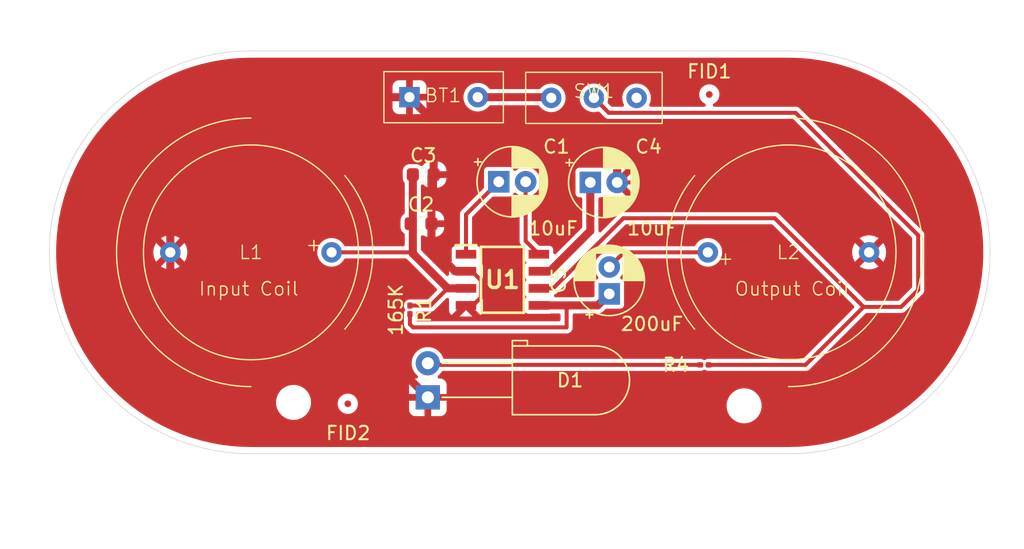
<source format=kicad_pcb>
(kicad_pcb (version 20240108) (generator "pcbnew") (generator_version "8.0")
  (layers (0 "F.Cu" signal) (31 "B.Cu" signal) (34 "B.Paste" user) (35 "F.Paste" user) (36 "B.SilkS" user "B.Silkscreen") (37 "F.SilkS" user "F.Silkscreen") (38 "B.Mask" user) (39 "F.Mask" user) (44 "Edge.Cuts" user))
  (net 0 "")
  (net 1 "Net-(C1-Pad1)")
  (net 2 "Net-(C1-Pad2)")
  (net 3 "Net-(U1-+)")
  (net 4 "GND")
  (net 5 "Net-(U1-BYPASS)")
  (net 6 "Net-(C5-Pad2)")
  (net 7 "Net-(C5-Pad1)")
  (net 8 "Net-(D1-A)")
  (net 9 "+9V")
  (net 10 "Net-(SW1-B)")
  (footprint "audiostuff:lm386-smd" (layer "F.Cu") (at 179.628 106.9472)
    (property "Reference" "U1" (at 0 0 0) (layer "F.SilkS") (effects (font (size 1.27 1.27) (thickness 0.254))))
    (property "Value" "LM386" (hide yes))
    (fp_line (start -3.475 -2.58) (end -1.948 -2.58) (stroke (width 0.2)) (layer "F.SilkS"))
    (fp_line (start -1.598 -2.452) (end 1.598 -2.452) (stroke (width 0.2)) (layer "F.SilkS"))
    (fp_line (start -1.598 2.452) (end -1.598 -2.452) (stroke (width 0.2)) (layer "F.SilkS"))
    (fp_line (start 1.598 -2.452) (end 1.598 2.452) (stroke (width 0.2)) (layer "F.SilkS"))
    (fp_line (start 1.598 2.452) (end -1.598 2.452) (stroke (width 0.2)) (layer "F.SilkS"))
    (pad "1" smd rect (at -2.711 -1.905 90) (size 0.65 1.528) (layers "F.Cu" "F.Paste" "F.Mask") (net 1 "Net-(C1-Pad1)"))
    (pad "2" smd rect (at -2.711 -0.635 90) (size 0.65 1.528) (layers "F.Cu" "F.Paste" "F.Mask") (net 4 "GND"))
    (pad "3" smd rect (at -2.711 0.635 90) (size 0.65 1.528) (layers "F.Cu" "F.Paste" "F.Mask") (net 3 "Net-(U1-+)"))
    (pad "4" smd rect (at -2.711 1.905 90) (size 0.65 1.528) (layers "F.Cu" "F.Paste" "F.Mask") (net 4 "GND"))
    (pad "5" smd rect (at 2.711 1.905 90) (size 0.65 1.528) (layers "F.Cu" "F.Paste" "F.Mask") (net 7 "Net-(C5-Pad1)"))
    (pad "6" smd rect (at 2.711 0.635 90) (size 0.65 1.528) (layers "F.Cu" "F.Paste" "F.Mask") (net 10 "Net-(SW1-B)"))
    (pad "7" smd rect (at 2.711 -0.635 90) (size 0.65 1.528) (layers "F.Cu" "F.Paste" "F.Mask") (net 5 "Net-(U1-BYPASS)"))
    (pad "8" smd rect (at 2.711 -1.905 90) (size 0.65 1.528) (layers "F.Cu" "F.Paste" "F.Mask") (net 2 "Net-(C1-Pad2)"))
  )
  (footprint "Fiducial:Fiducial_0.5mm_Mask1.5mm" (layer "F.Cu") (at 168.1226 116.1796)
    (property "Reference" "FID2" (at 0.0254 2.1844 0) (layer "F.SilkS"))
    (property "Value" "Fiducial" (hide yes))
    (pad "" smd circle (at 0 0) (size 0.5 0.5) (layers "F.Cu" "F.Mask") (clearance 0.5))
  )
  (footprint "Resistor_SMD:R_0201_0603Metric" (layer "F.Cu") (at 194.655 113.284)
    (property "Reference" "R4" (at -2.123 0 0) (layer "F.SilkS"))
    (property "Value" "1K" (hide yes))
    (pad "1" smd roundrect (at -0.32 0) (size 0.46 0.4) (layers "F.Cu" "F.Mask") (net 8 "Net-(D1-A)"))
    (pad "2" smd roundrect (at 0.32 0) (size 0.46 0.4) (layers "F.Cu" "F.Mask") (net 10 "Net-(SW1-B)"))
  )
  (footprint "MountingHole:MountingHole_2.1mm" (layer "F.Cu") (at 164.084 116.078)
    (property "Reference" "H2" (hide yes))
    (property "Value" "MountingHole" (hide yes))
    (pad "" np_thru_hole circle (at 0 0) (size 2.1 2.1) (drill 2.1) (layers "*.Cu" "*.Mask"))
  )
  (footprint "Fiducial:Fiducial_0.5mm_Mask1.5mm" (layer "F.Cu") (at 195.0212 93.1418)
    (property "Reference" "FID1" (at 0 -1.7145 0) (layer "F.SilkS"))
    (property "Value" "Fiducial" (hide yes))
    (pad "" smd circle (at 0 0) (size 0.5 0.5) (layers "F.Cu" "F.Mask") (clearance 0.5))
  )
  (footprint "LED_THT:LED_D5.0mm_Horizontal_O6.35mm_Z15.0mm" (layer "F.Cu") (at 174.077 115.702 90)
    (property "Reference" "D1" (at 1.27 10.581 180) (layer "F.SilkS"))
    (property "Value" "LED" (hide yes))
    (fp_line (start 2.54 1.08) (end 2.54 1.08) (stroke (width 0.12)) (layer "F.SilkS"))
    (fp_line (start 2.54 1.08) (end 2.54 6.29) (stroke (width 0.12)) (layer "F.SilkS"))
    (fp_line (start 0 1.08) (end 0 1.08) (stroke (width 0.12)) (layer "F.SilkS"))
    (fp_line (start 0 1.08) (end 0 6.29) (stroke (width 0.12)) (layer "F.SilkS"))
    (fp_line (start 4.23 6.29) (end 4.23 7.41) (stroke (width 0.12)) (layer "F.SilkS"))
    (fp_line (start 3.83 6.29) (end 4.23 6.29) (stroke (width 0.12)) (layer "F.SilkS"))
    (fp_line (start 3.83 6.29) (end 3.83 12.45) (stroke (width 0.12)) (layer "F.SilkS"))
    (fp_line (start 2.54 6.29) (end 2.54 1.08) (stroke (width 0.12)) (layer "F.SilkS"))
    (fp_line (start 2.54 6.29) (end 2.54 6.29) (stroke (width 0.12)) (layer "F.SilkS"))
    (fp_line (start 0 6.29) (end 0 1.08) (stroke (width 0.12)) (layer "F.SilkS"))
    (fp_line (start 0 6.29) (end 0 6.29) (stroke (width 0.12)) (layer "F.SilkS"))
    (fp_line (start -1.29 6.29) (end 3.83 6.29) (stroke (width 0.12)) (layer "F.SilkS"))
    (fp_line (start -1.29 6.29) (end -1.29 12.45) (stroke (width 0.12)) (layer "F.SilkS"))
    (fp_line (start 4.23 7.41) (end 3.83 7.41) (stroke (width 0.12)) (layer "F.SilkS"))
    (fp_line (start 3.83 7.41) (end 3.83 6.29) (stroke (width 0.12)) (layer "F.SilkS"))
    (fp_arc (start 3.83 12.45) (mid 1.27 15.01) (end -1.29 12.45) (stroke (width 0.12)) (layer "F.SilkS"))
    (pad "1" thru_hole rect (at 0 0 90) (size 1.8 1.8) (drill 0.9) (layers "*.Cu" "*.Mask") (net 4 "GND"))
    (pad "2" thru_hole circle (at 2.54 0 90) (size 1.8 1.8) (drill 0.9) (layers "*.Cu" "*.Mask") (net 8 "Net-(D1-A)"))
  )
  (footprint "MountingHole:MountingHole_2.1mm" (layer "F.Cu") (at 197.612 116.332)
    (property "Reference" "H1" (hide yes))
    (property "Value" "MountingHole" (hide yes))
    (pad "" np_thru_hole circle (at 0 0) (size 2.1 2.1) (drill 2.1) (layers "*.Cu" "*.Mask"))
  )
  (footprint "audiostuff:switch-2-mode" (layer "F.Cu") (at 186.436 93.3958)
    (property "Reference" "SW1" (at 0 -0.5 0) (layer "F.SilkS") (effects (font (thickness 0.1))))
    (property "Value" "SW_SPDT" (hide yes))
    (fp_rect (start -5.08 -1.905) (end 5.08 1.905) (stroke (width 0.1)) (fill none) (layer "F.SilkS"))
    (pad "1" thru_hole circle (at -3.175 0) (size 1.524 1.524) (drill 0.762) (layers "*.Cu" "*.Mask") (net 9 "+9V"))
    (pad "2" thru_hole circle (at 0 0) (size 1.524 1.524) (drill 0.762) (layers "*.Cu" "*.Mask") (net 10 "Net-(SW1-B)"))
    (pad "3" thru_hole circle (at 3.175 0) (size 1.524 1.524) (drill 0.762) (layers "*.Cu" "*.Mask"))
  )
  (footprint "audiostuff:Inductor" (layer "F.Cu") (at 200.914 104.902 180)
    (property "Reference" "L2" (at 0 0 0) (layer "F.SilkS") (effects (font (thickness 0.1))))
    (property "Value" "12.1mH" (hide yes))
    (fp_arc (start 6.984999 -5.715) (mid 9.06509 0) (end 6.984999 5.715) (stroke (width 0.1)) (layer "F.SilkS"))
    (fp_circle (center 0 0) (end 8 0) (stroke (width 0.1)) (fill none) (layer "F.SilkS"))
    (fp_text user "+" (at 4 0 180) (layer "F.SilkS") (effects (font (thickness 0.1)) (justify left bottom)))
    (pad "1" thru_hole circle (at 6 0 180) (size 1.524 1.524) (drill 0.762) (layers "*.Cu" "*.Mask") (net 6 "Net-(C5-Pad2)"))
    (pad "2" thru_hole circle (at -6 0 180) (size 1.524 1.524) (drill 0.762) (layers "*.Cu" "*.Mask") (net 4 "GND"))
  )
  (footprint "Capacitor_SMD:C_0603_1608Metric" (layer "F.Cu") (at 173.5706 102.7684)
    (property "Reference" "C2" (at 0 -1.43 0) (layer "F.SilkS"))
    (property "Value" "1uF" (hide yes))
    (fp_line (start -0.14058 -0.51) (end 0.14058 -0.51) (stroke (width 0.12)) (layer "F.SilkS"))
    (fp_line (start -0.14058 0.51) (end 0.14058 0.51) (stroke (width 0.12)) (layer "F.SilkS"))
    (pad "1" smd roundrect (at -0.775 0) (size 0.9 0.95) (layers "F.Cu" "F.Paste" "F.Mask") (net 3 "Net-(U1-+)"))
    (pad "2" smd roundrect (at 0.775 0) (size 0.9 0.95) (layers "F.Cu" "F.Paste" "F.Mask") (net 4 "GND"))
  )
  (footprint "Capacitor_THT:CP_Radial_D5.0mm_P2.00mm" (layer "F.Cu") (at 186.166688 99.695)
    (property "Reference" "C4" (at 4.333312 -2.667 0) (layer "F.SilkS"))
    (property "Value" "10uF" (at 4.587312 3.429 0) (layer "F.SilkS"))
    (fp_line (start -1.804775 -1.475) (end -1.304775 -1.475) (stroke (width 0.12)) (layer "F.SilkS"))
    (fp_line (start -1.554775 -1.725) (end -1.554775 -1.225) (stroke (width 0.12)) (layer "F.SilkS"))
    (fp_line (start 1 -2.58) (end 1 -1.04) (stroke (width 0.12)) (layer "F.SilkS"))
    (fp_line (start 1 1.04) (end 1 2.58) (stroke (width 0.12)) (layer "F.SilkS"))
    (fp_line (start 1.04 -2.58) (end 1.04 -1.04) (stroke (width 0.12)) (layer "F.SilkS"))
    (fp_line (start 1.04 1.04) (end 1.04 2.58) (stroke (width 0.12)) (layer "F.SilkS"))
    (fp_line (start 1.08 -2.579) (end 1.08 -1.04) (stroke (width 0.12)) (layer "F.SilkS"))
    (fp_line (start 1.08 1.04) (end 1.08 2.579) (stroke (width 0.12)) (layer "F.SilkS"))
    (fp_line (start 1.12 -2.578) (end 1.12 -1.04) (stroke (width 0.12)) (layer "F.SilkS"))
    (fp_line (start 1.12 1.04) (end 1.12 2.578) (stroke (width 0.12)) (layer "F.SilkS"))
    (fp_line (start 1.16 -2.576) (end 1.16 -1.04) (stroke (width 0.12)) (layer "F.SilkS"))
    (fp_line (start 1.16 1.04) (end 1.16 2.576) (stroke (width 0.12)) (layer "F.SilkS"))
    (fp_line (start 1.2 -2.573) (end 1.2 -1.04) (stroke (width 0.12)) (layer "F.SilkS"))
    (fp_line (start 1.2 1.04) (end 1.2 2.573) (stroke (width 0.12)) (layer "F.SilkS"))
    (fp_line (start 1.24 -2.569) (end 1.24 -1.04) (stroke (width 0.12)) (layer "F.SilkS"))
    (fp_line (start 1.24 1.04) (end 1.24 2.569) (stroke (width 0.12)) (layer "F.SilkS"))
    (fp_line (start 1.28 -2.565) (end 1.28 -1.04) (stroke (width 0.12)) (layer "F.SilkS"))
    (fp_line (start 1.28 1.04) (end 1.28 2.565) (stroke (width 0.12)) (layer "F.SilkS"))
    (fp_line (start 1.32 -2.561) (end 1.32 -1.04) (stroke (width 0.12)) (layer "F.SilkS"))
    (fp_line (start 1.32 1.04) (end 1.32 2.561) (stroke (width 0.12)) (layer "F.SilkS"))
    (fp_line (start 1.36 -2.556) (end 1.36 -1.04) (stroke (width 0.12)) (layer "F.SilkS"))
    (fp_line (start 1.36 1.04) (end 1.36 2.556) (stroke (width 0.12)) (layer "F.SilkS"))
    (fp_line (start 1.4 -2.55) (end 1.4 -1.04) (stroke (width 0.12)) (layer "F.SilkS"))
    (fp_line (start 1.4 1.04) (end 1.4 2.55) (stroke (width 0.12)) (layer "F.SilkS"))
    (fp_line (start 1.44 -2.543) (end 1.44 -1.04) (stroke (width 0.12)) (layer "F.SilkS"))
    (fp_line (start 1.44 1.04) (end 1.44 2.543) (stroke (width 0.12)) (layer "F.SilkS"))
    (fp_line (start 1.48 -2.536) (end 1.48 -1.04) (stroke (width 0.12)) (layer "F.SilkS"))
    (fp_line (start 1.48 1.04) (end 1.48 2.536) (stroke (width 0.12)) (layer "F.SilkS"))
    (fp_line (start 1.52 -2.528) (end 1.52 -1.04) (stroke (width 0.12)) (layer "F.SilkS"))
    (fp_line (start 1.52 1.04) (end 1.52 2.528) (stroke (width 0.12)) (layer "F.SilkS"))
    (fp_line (start 1.56 -2.52) (end 1.56 -1.04) (stroke (width 0.12)) (layer "F.SilkS"))
    (fp_line (start 1.56 1.04) (end 1.56 2.52) (stroke (width 0.12)) (layer "F.SilkS"))
    (fp_line (start 1.6 -2.511) (end 1.6 -1.04) (stroke (width 0.12)) (layer "F.SilkS"))
    (fp_line (start 1.6 1.04) (end 1.6 2.511) (stroke (width 0.12)) (layer "F.SilkS"))
    (fp_line (start 1.64 -2.501) (end 1.64 -1.04) (stroke (width 0.12)) (layer "F.SilkS"))
    (fp_line (start 1.64 1.04) (end 1.64 2.501) (stroke (width 0.12)) (layer "F.SilkS"))
    (fp_line (start 1.68 -2.491) (end 1.68 -1.04) (stroke (width 0.12)) (layer "F.SilkS"))
    (fp_line (start 1.68 1.04) (end 1.68 2.491) (stroke (width 0.12)) (layer "F.SilkS"))
    (fp_line (start 1.721 -2.48) (end 1.721 -1.04) (stroke (width 0.12)) (layer "F.SilkS"))
    (fp_line (start 1.721 1.04) (end 1.721 2.48) (stroke (width 0.12)) (layer "F.SilkS"))
    (fp_line (start 1.761 -2.468) (end 1.761 -1.04) (stroke (width 0.12)) (layer "F.SilkS"))
    (fp_line (start 1.761 1.04) (end 1.761 2.468) (stroke (width 0.12)) (layer "F.SilkS"))
    (fp_line (start 1.801 -2.455) (end 1.801 -1.04) (stroke (width 0.12)) (layer "F.SilkS"))
    (fp_line (start 1.801 1.04) (end 1.801 2.455) (stroke (width 0.12)) (layer "F.SilkS"))
    (fp_line (start 1.841 -2.442) (end 1.841 -1.04) (stroke (width 0.12)) (layer "F.SilkS"))
    (fp_line (start 1.841 1.04) (end 1.841 2.442) (stroke (width 0.12)) (layer "F.SilkS"))
    (fp_line (start 1.881 -2.428) (end 1.881 -1.04) (stroke (width 0.12)) (layer "F.SilkS"))
    (fp_line (start 1.881 1.04) (end 1.881 2.428) (stroke (width 0.12)) (layer "F.SilkS"))
    (fp_line (start 1.921 -2.414) (end 1.921 -1.04) (stroke (width 0.12)) (layer "F.SilkS"))
    (fp_line (start 1.921 1.04) (end 1.921 2.414) (stroke (width 0.12)) (layer "F.SilkS"))
    (fp_line (start 1.961 -2.398) (end 1.961 -1.04) (stroke (width 0.12)) (layer "F.SilkS"))
    (fp_line (start 1.961 1.04) (end 1.961 2.398) (stroke (width 0.12)) (layer "F.SilkS"))
    (fp_line (start 2.001 -2.382) (end 2.001 -1.04) (stroke (width 0.12)) (layer "F.SilkS"))
    (fp_line (start 2.001 1.04) (end 2.001 2.382) (stroke (width 0.12)) (layer "F.SilkS"))
    (fp_line (start 2.041 -2.365) (end 2.041 -1.04) (stroke (width 0.12)) (layer "F.SilkS"))
    (fp_line (start 2.041 1.04) (end 2.041 2.365) (stroke (width 0.12)) (layer "F.SilkS"))
    (fp_line (start 2.081 -2.348) (end 2.081 -1.04) (stroke (width 0.12)) (layer "F.SilkS"))
    (fp_line (start 2.081 1.04) (end 2.081 2.348) (stroke (width 0.12)) (layer "F.SilkS"))
    (fp_line (start 2.121 -2.329) (end 2.121 -1.04) (stroke (width 0.12)) (layer "F.SilkS"))
    (fp_line (start 2.121 1.04) (end 2.121 2.329) (stroke (width 0.12)) (layer "F.SilkS"))
    (fp_line (start 2.161 -2.31) (end 2.161 -1.04) (stroke (width 0.12)) (layer "F.SilkS"))
    (fp_line (start 2.161 1.04) (end 2.161 2.31) (stroke (width 0.12)) (layer "F.SilkS"))
    (fp_line (start 2.201 -2.29) (end 2.201 -1.04) (stroke (width 0.12)) (layer "F.SilkS"))
    (fp_line (start 2.201 1.04) (end 2.201 2.29) (stroke (width 0.12)) (layer "F.SilkS"))
    (fp_line (start 2.241 -2.268) (end 2.241 -1.04) (stroke (width 0.12)) (layer "F.SilkS"))
    (fp_line (start 2.241 1.04) (end 2.241 2.268) (stroke (width 0.12)) (layer "F.SilkS"))
    (fp_line (start 2.281 -2.247) (end 2.281 -1.04) (stroke (width 0.12)) (layer "F.SilkS"))
    (fp_line (start 2.281 1.04) (end 2.281 2.247) (stroke (width 0.12)) (layer "F.SilkS"))
    (fp_line (start 2.321 -2.224) (end 2.321 -1.04) (stroke (width 0.12)) (layer "F.SilkS"))
    (fp_line (start 2.321 1.04) (end 2.321 2.224) (stroke (width 0.12)) (layer "F.SilkS"))
    (fp_line (start 2.361 -2.2) (end 2.361 -1.04) (stroke (width 0.12)) (layer "F.SilkS"))
    (fp_line (start 2.361 1.04) (end 2.361 2.2) (stroke (width 0.12)) (layer "F.SilkS"))
    (fp_line (start 2.401 -2.175) (end 2.401 -1.04) (stroke (width 0.12)) (layer "F.SilkS"))
    (fp_line (start 2.401 1.04) (end 2.401 2.175) (stroke (width 0.12)) (layer "F.SilkS"))
    (fp_line (start 2.441 -2.149) (end 2.441 -1.04) (stroke (width 0.12)) (layer "F.SilkS"))
    (fp_line (start 2.441 1.04) (end 2.441 2.149) (stroke (width 0.12)) (layer "F.SilkS"))
    (fp_line (start 2.481 -2.122) (end 2.481 -1.04) (stroke (width 0.12)) (layer "F.SilkS"))
    (fp_line (start 2.481 1.04) (end 2.481 2.122) (stroke (width 0.12)) (layer "F.SilkS"))
    (fp_line (start 2.521 -2.095) (end 2.521 -1.04) (stroke (width 0.12)) (layer "F.SilkS"))
    (fp_line (start 2.521 1.04) (end 2.521 2.095) (stroke (width 0.12)) (layer "F.SilkS"))
    (fp_line (start 2.561 -2.065) (end 2.561 -1.04) (stroke (width 0.12)) (layer "F.SilkS"))
    (fp_line (start 2.561 1.04) (end 2.561 2.065) (stroke (width 0.12)) (layer "F.SilkS"))
    (fp_line (start 2.601 -2.035) (end 2.601 -1.04) (stroke (width 0.12)) (layer "F.SilkS"))
    (fp_line (start 2.601 1.04) (end 2.601 2.035) (stroke (width 0.12)) (layer "F.SilkS"))
    (fp_line (start 2.641 -2.004) (end 2.641 -1.04) (stroke (width 0.12)) (layer "F.SilkS"))
    (fp_line (start 2.641 1.04) (end 2.641 2.004) (stroke (width 0.12)) (layer "F.SilkS"))
    (fp_line (start 2.681 -1.971) (end 2.681 -1.04) (stroke (width 0.12)) (layer "F.SilkS"))
    (fp_line (start 2.681 1.04) (end 2.681 1.971) (stroke (width 0.12)) (layer "F.SilkS"))
    (fp_line (start 2.721 -1.937) (end 2.721 -1.04) (stroke (width 0.12)) (layer "F.SilkS"))
    (fp_line (start 2.721 1.04) (end 2.721 1.937) (stroke (width 0.12)) (layer "F.SilkS"))
    (fp_line (start 2.761 -1.901) (end 2.761 -1.04) (stroke (width 0.12)) (layer "F.SilkS"))
    (fp_line (start 2.761 1.04) (end 2.761 1.901) (stroke (width 0.12)) (layer "F.SilkS"))
    (fp_line (start 2.801 -1.864) (end 2.801 -1.04) (stroke (width 0.12)) (layer "F.SilkS"))
    (fp_line (start 2.801 1.04) (end 2.801 1.864) (stroke (width 0.12)) (layer "F.SilkS"))
    (fp_line (start 2.841 -1.826) (end 2.841 -1.04) (stroke (width 0.12)) (layer "F.SilkS"))
    (fp_line (start 2.841 1.04) (end 2.841 1.826) (stroke (width 0.12)) (layer "F.SilkS"))
    (fp_line (start 2.881 -1.785) (end 2.881 -1.04) (stroke (width 0.12)) (layer "F.SilkS"))
    (fp_line (start 2.881 1.04) (end 2.881 1.785) (stroke (width 0.12)) (layer "F.SilkS"))
    (fp_line (start 2.921 -1.743) (end 2.921 -1.04) (stroke (width 0.12)) (layer "F.SilkS"))
    (fp_line (start 2.921 1.04) (end 2.921 1.743) (stroke (width 0.12)) (layer "F.SilkS"))
    (fp_line (start 2.961 -1.699) (end 2.961 -1.04) (stroke (width 0.12)) (layer "F.SilkS"))
    (fp_line (start 2.961 1.04) (end 2.961 1.699) (stroke (width 0.12)) (layer "F.SilkS"))
    (fp_line (start 3.001 -1.653) (end 3.001 -1.04) (stroke (width 0.12)) (layer "F.SilkS"))
    (fp_line (start 3.001 1.04) (end 3.001 1.653) (stroke (width 0.12)) (layer "F.SilkS"))
    (fp_line (start 3.041 -1.605) (end 3.041 1.605) (stroke (width 0.12)) (layer "F.SilkS"))
    (fp_line (start 3.081 -1.554) (end 3.081 1.554) (stroke (width 0.12)) (layer "F.SilkS"))
    (fp_line (start 3.121 -1.5) (end 3.121 1.5) (stroke (width 0.12)) (layer "F.SilkS"))
    (fp_line (start 3.161 -1.443) (end 3.161 1.443) (stroke (width 0.12)) (layer "F.SilkS"))
    (fp_line (start 3.201 -1.383) (end 3.201 1.383) (stroke (width 0.12)) (layer "F.SilkS"))
    (fp_line (start 3.241 -1.319) (end 3.241 1.319) (stroke (width 0.12)) (layer "F.SilkS"))
    (fp_line (start 3.281 -1.251) (end 3.281 1.251) (stroke (width 0.12)) (layer "F.SilkS"))
    (fp_line (start 3.321 -1.178) (end 3.321 1.178) (stroke (width 0.12)) (layer "F.SilkS"))
    (fp_line (start 3.361 -1.098) (end 3.361 1.098) (stroke (width 0.12)) (layer "F.SilkS"))
    (fp_line (start 3.401 -1.011) (end 3.401 1.011) (stroke (width 0.12)) (layer "F.SilkS"))
    (fp_line (start 3.441 -0.915) (end 3.441 0.915) (stroke (width 0.12)) (layer "F.SilkS"))
    (fp_line (start 3.481 -0.805) (end 3.481 0.805) (stroke (width 0.12)) (layer "F.SilkS"))
    (fp_line (start 3.521 -0.677) (end 3.521 0.677) (stroke (width 0.12)) (layer "F.SilkS"))
    (fp_line (start 3.561 -0.518) (end 3.561 0.518) (stroke (width 0.12)) (layer "F.SilkS"))
    (fp_line (start 3.601 -0.284) (end 3.601 0.284) (stroke (width 0.12)) (layer "F.SilkS"))
    (fp_circle (center 1 0) (end 3.62 0) (stroke (width 0.12)) (fill none) (layer "F.SilkS"))
    (pad "1" thru_hole rect (at 0 0) (size 1.6 1.6) (drill 0.8) (layers "*.Cu" "*.Mask") (net 5 "Net-(U1-BYPASS)"))
    (pad "2" thru_hole circle (at 2 0) (size 1.6 1.6) (drill 0.8) (layers "*.Cu" "*.Mask") (net 4 "GND"))
  )
  (footprint "Capacitor_SMD:C_0603_1608Metric" (layer "F.Cu") (at 173.736 99.1108)
    (property "Reference" "C3" (at 0 -1.43 0) (layer "F.SilkS"))
    (property "Value" "0.033uF" (hide yes))
    (fp_line (start -0.14058 -0.51) (end 0.14058 -0.51) (stroke (width 0.12)) (layer "F.SilkS"))
    (fp_line (start -0.14058 0.51) (end 0.14058 0.51) (stroke (width 0.12)) (layer "F.SilkS"))
    (pad "1" smd roundrect (at -0.775 0) (size 0.9 0.95) (layers "F.Cu" "F.Paste" "F.Mask") (net 3 "Net-(U1-+)"))
    (pad "2" smd roundrect (at 0.775 0) (size 0.9 0.95) (layers "F.Cu" "F.Paste" "F.Mask") (net 4 "GND"))
  )
  (footprint "Capacitor_THT:CP_Radial_D5.0mm_P2.00mm" (layer "F.Cu") (at 187.579 107.9942 90)
    (property "Reference" "C5" (at 1 -3.75 90) (layer "F.SilkS"))
    (property "Value" "200uF" (at -2.2418 3.175 0) (layer "F.SilkS"))
    (fp_line (start 1.04 -2.58) (end 1.04 -1.04) (stroke (width 0.12)) (layer "F.SilkS"))
    (fp_line (start 1 -2.58) (end 1 -1.04) (stroke (width 0.12)) (layer "F.SilkS"))
    (fp_line (start 1.08 -2.579) (end 1.08 -1.04) (stroke (width 0.12)) (layer "F.SilkS"))
    (fp_line (start 1.12 -2.578) (end 1.12 -1.04) (stroke (width 0.12)) (layer "F.SilkS"))
    (fp_line (start 1.16 -2.576) (end 1.16 -1.04) (stroke (width 0.12)) (layer "F.SilkS"))
    (fp_line (start 1.2 -2.573) (end 1.2 -1.04) (stroke (width 0.12)) (layer "F.SilkS"))
    (fp_line (start 1.24 -2.569) (end 1.24 -1.04) (stroke (width 0.12)) (layer "F.SilkS"))
    (fp_line (start 1.28 -2.565) (end 1.28 -1.04) (stroke (width 0.12)) (layer "F.SilkS"))
    (fp_line (start 1.32 -2.561) (end 1.32 -1.04) (stroke (width 0.12)) (layer "F.SilkS"))
    (fp_line (start 1.36 -2.556) (end 1.36 -1.04) (stroke (width 0.12)) (layer "F.SilkS"))
    (fp_line (start 1.4 -2.55) (end 1.4 -1.04) (stroke (width 0.12)) (layer "F.SilkS"))
    (fp_line (start 1.44 -2.543) (end 1.44 -1.04) (stroke (width 0.12)) (layer "F.SilkS"))
    (fp_line (start 1.48 -2.536) (end 1.48 -1.04) (stroke (width 0.12)) (layer "F.SilkS"))
    (fp_line (start 1.52 -2.528) (end 1.52 -1.04) (stroke (width 0.12)) (layer "F.SilkS"))
    (fp_line (start 1.56 -2.52) (end 1.56 -1.04) (stroke (width 0.12)) (layer "F.SilkS"))
    (fp_line (start 1.6 -2.511) (end 1.6 -1.04) (stroke (width 0.12)) (layer "F.SilkS"))
    (fp_line (start 1.64 -2.501) (end 1.64 -1.04) (stroke (width 0.12)) (layer "F.SilkS"))
    (fp_line (start 1.68 -2.491) (end 1.68 -1.04) (stroke (width 0.12)) (layer "F.SilkS"))
    (fp_line (start 1.721 -2.48) (end 1.721 -1.04) (stroke (width 0.12)) (layer "F.SilkS"))
    (fp_line (start 1.761 -2.468) (end 1.761 -1.04) (stroke (width 0.12)) (layer "F.SilkS"))
    (fp_line (start 1.801 -2.455) (end 1.801 -1.04) (stroke (width 0.12)) (layer "F.SilkS"))
    (fp_line (start 1.841 -2.442) (end 1.841 -1.04) (stroke (width 0.12)) (layer "F.SilkS"))
    (fp_line (start 1.881 -2.428) (end 1.881 -1.04) (stroke (width 0.12)) (layer "F.SilkS"))
    (fp_line (start 1.921 -2.414) (end 1.921 -1.04) (stroke (width 0.12)) (layer "F.SilkS"))
    (fp_line (start 1.961 -2.398) (end 1.961 -1.04) (stroke (width 0.12)) (layer "F.SilkS"))
    (fp_line (start 2.001 -2.382) (end 2.001 -1.04) (stroke (width 0.12)) (layer "F.SilkS"))
    (fp_line (start 2.041 -2.365) (end 2.041 -1.04) (stroke (width 0.12)) (layer "F.SilkS"))
    (fp_line (start 2.081 -2.348) (end 2.081 -1.04) (stroke (width 0.12)) (layer "F.SilkS"))
    (fp_line (start 2.121 -2.329) (end 2.121 -1.04) (stroke (width 0.12)) (layer "F.SilkS"))
    (fp_line (start 2.161 -2.31) (end 2.161 -1.04) (stroke (width 0.12)) (layer "F.SilkS"))
    (fp_line (start 2.201 -2.29) (end 2.201 -1.04) (stroke (width 0.12)) (layer "F.SilkS"))
    (fp_line (start 2.241 -2.268) (end 2.241 -1.04) (stroke (width 0.12)) (layer "F.SilkS"))
    (fp_line (start 2.281 -2.247) (end 2.281 -1.04) (stroke (width 0.12)) (layer "F.SilkS"))
    (fp_line (start 2.321 -2.224) (end 2.321 -1.04) (stroke (width 0.12)) (layer "F.SilkS"))
    (fp_line (start 2.361 -2.2) (end 2.361 -1.04) (stroke (width 0.12)) (layer "F.SilkS"))
    (fp_line (start 2.401 -2.175) (end 2.401 -1.04) (stroke (width 0.12)) (layer "F.SilkS"))
    (fp_line (start 2.441 -2.149) (end 2.441 -1.04) (stroke (width 0.12)) (layer "F.SilkS"))
    (fp_line (start 2.481 -2.122) (end 2.481 -1.04) (stroke (width 0.12)) (layer "F.SilkS"))
    (fp_line (start 2.521 -2.095) (end 2.521 -1.04) (stroke (width 0.12)) (layer "F.SilkS"))
    (fp_line (start 2.561 -2.065) (end 2.561 -1.04) (stroke (width 0.12)) (layer "F.SilkS"))
    (fp_line (start 2.601 -2.035) (end 2.601 -1.04) (stroke (width 0.12)) (layer "F.SilkS"))
    (fp_line (start 2.641 -2.004) (end 2.641 -1.04) (stroke (width 0.12)) (layer "F.SilkS"))
    (fp_line (start 2.681 -1.971) (end 2.681 -1.04) (stroke (width 0.12)) (layer "F.SilkS"))
    (fp_line (start 2.721 -1.937) (end 2.721 -1.04) (stroke (width 0.12)) (layer "F.SilkS"))
    (fp_line (start 2.761 -1.901) (end 2.761 -1.04) (stroke (width 0.12)) (layer "F.SilkS"))
    (fp_line (start 2.801 -1.864) (end 2.801 -1.04) (stroke (width 0.12)) (layer "F.SilkS"))
    (fp_line (start 2.841 -1.826) (end 2.841 -1.04) (stroke (width 0.12)) (layer "F.SilkS"))
    (fp_line (start 2.881 -1.785) (end 2.881 -1.04) (stroke (width 0.12)) (layer "F.SilkS"))
    (fp_line (start 2.921 -1.743) (end 2.921 -1.04) (stroke (width 0.12)) (layer "F.SilkS"))
    (fp_line (start -1.554775 -1.725) (end -1.554775 -1.225) (stroke (width 0.12)) (layer "F.SilkS"))
    (fp_line (start 2.961 -1.699) (end 2.961 -1.04) (stroke (width 0.12)) (layer "F.SilkS"))
    (fp_line (start 3.001 -1.653) (end 3.001 -1.04) (stroke (width 0.12)) (layer "F.SilkS"))
    (fp_line (start 3.041 -1.605) (end 3.041 1.605) (stroke (width 0.12)) (layer "F.SilkS"))
    (fp_line (start 3.081 -1.554) (end 3.081 1.554) (stroke (width 0.12)) (layer "F.SilkS"))
    (fp_line (start 3.121 -1.5) (end 3.121 1.5) (stroke (width 0.12)) (layer "F.SilkS"))
    (fp_line (start -1.804775 -1.475) (end -1.304775 -1.475) (stroke (width 0.12)) (layer "F.SilkS"))
    (fp_line (start 3.161 -1.443) (end 3.161 1.443) (stroke (width 0.12)) (layer "F.SilkS"))
    (fp_line (start 3.201 -1.383) (end 3.201 1.383) (stroke (width 0.12)) (layer "F.SilkS"))
    (fp_line (start 3.241 -1.319) (end 3.241 1.319) (stroke (width 0.12)) (layer "F.SilkS"))
    (fp_line (start 3.281 -1.251) (end 3.281 1.251) (stroke (width 0.12)) (layer "F.SilkS"))
    (fp_line (start 3.321 -1.178) (end 3.321 1.178) (stroke (width 0.12)) (layer "F.SilkS"))
    (fp_line (start 3.361 -1.098) (end 3.361 1.098) (stroke (width 0.12)) (layer "F.SilkS"))
    (fp_line (start 3.401 -1.011) (end 3.401 1.011) (stroke (width 0.12)) (layer "F.SilkS"))
    (fp_line (start 3.441 -0.915) (end 3.441 0.915) (stroke (width 0.12)) (layer "F.SilkS"))
    (fp_line (start 3.481 -0.805) (end 3.481 0.805) (stroke (width 0.12)) (layer "F.SilkS"))
    (fp_line (start 3.521 -0.677) (end 3.521 0.677) (stroke (width 0.12)) (layer "F.SilkS"))
    (fp_line (start 3.561 -0.518) (end 3.561 0.518) (stroke (width 0.12)) (layer "F.SilkS"))
    (fp_line (start 3.601 -0.284) (end 3.601 0.284) (stroke (width 0.12)) (layer "F.SilkS"))
    (fp_line (start 3.001 1.04) (end 3.001 1.653) (stroke (width 0.12)) (layer "F.SilkS"))
    (fp_line (start 2.961 1.04) (end 2.961 1.699) (stroke (width 0.12)) (layer "F.SilkS"))
    (fp_line (start 2.921 1.04) (end 2.921 1.743) (stroke (width 0.12)) (layer "F.SilkS"))
    (fp_line (start 2.881 1.04) (end 2.881 1.785) (stroke (width 0.12)) (layer "F.SilkS"))
    (fp_line (start 2.841 1.04) (end 2.841 1.826) (stroke (width 0.12)) (layer "F.SilkS"))
    (fp_line (start 2.801 1.04) (end 2.801 1.864) (stroke (width 0.12)) (layer "F.SilkS"))
    (fp_line (start 2.761 1.04) (end 2.761 1.901) (stroke (width 0.12)) (layer "F.SilkS"))
    (fp_line (start 2.721 1.04) (end 2.721 1.937) (stroke (width 0.12)) (layer "F.SilkS"))
    (fp_line (start 2.681 1.04) (end 2.681 1.971) (stroke (width 0.12)) (layer "F.SilkS"))
    (fp_line (start 2.641 1.04) (end 2.641 2.004) (stroke (width 0.12)) (layer "F.SilkS"))
    (fp_line (start 2.601 1.04) (end 2.601 2.035) (stroke (width 0.12)) (layer "F.SilkS"))
    (fp_line (start 2.561 1.04) (end 2.561 2.065) (stroke (width 0.12)) (layer "F.SilkS"))
    (fp_line (start 2.521 1.04) (end 2.521 2.095) (stroke (width 0.12)) (layer "F.SilkS"))
    (fp_line (start 2.481 1.04) (end 2.481 2.122) (stroke (width 0.12)) (layer "F.SilkS"))
    (fp_line (start 2.441 1.04) (end 2.441 2.149) (stroke (width 0.12)) (layer "F.SilkS"))
    (fp_line (start 2.401 1.04) (end 2.401 2.175) (stroke (width 0.12)) (layer "F.SilkS"))
    (fp_line (start 2.361 1.04) (end 2.361 2.2) (stroke (width 0.12)) (layer "F.SilkS"))
    (fp_line (start 2.321 1.04) (end 2.321 2.224) (stroke (width 0.12)) (layer "F.SilkS"))
    (fp_line (start 2.281 1.04) (end 2.281 2.247) (stroke (width 0.12)) (layer "F.SilkS"))
    (fp_line (start 2.241 1.04) (end 2.241 2.268) (stroke (width 0.12)) (layer "F.SilkS"))
    (fp_line (start 2.201 1.04) (end 2.201 2.29) (stroke (width 0.12)) (layer "F.SilkS"))
    (fp_line (start 2.161 1.04) (end 2.161 2.31) (stroke (width 0.12)) (layer "F.SilkS"))
    (fp_line (start 2.121 1.04) (end 2.121 2.329) (stroke (width 0.12)) (layer "F.SilkS"))
    (fp_line (start 2.081 1.04) (end 2.081 2.348) (stroke (width 0.12)) (layer "F.SilkS"))
    (fp_line (start 2.041 1.04) (end 2.041 2.365) (stroke (width 0.12)) (layer "F.SilkS"))
    (fp_line (start 2.001 1.04) (end 2.001 2.382) (stroke (width 0.12)) (layer "F.SilkS"))
    (fp_line (start 1.961 1.04) (end 1.961 2.398) (stroke (width 0.12)) (layer "F.SilkS"))
    (fp_line (start 1.921 1.04) (end 1.921 2.414) (stroke (width 0.12)) (layer "F.SilkS"))
    (fp_line (start 1.881 1.04) (end 1.881 2.428) (stroke (width 0.12)) (layer "F.SilkS"))
    (fp_line (start 1.841 1.04) (end 1.841 2.442) (stroke (width 0.12)) (layer "F.SilkS"))
    (fp_line (start 1.801 1.04) (end 1.801 2.455) (stroke (width 0.12)) (layer "F.SilkS"))
    (fp_line (start 1.761 1.04) (end 1.761 2.468) (stroke (width 0.12)) (layer "F.SilkS"))
    (fp_line (start 1.721 1.04) (end 1.721 2.48) (stroke (width 0.12)) (layer "F.SilkS"))
    (fp_line (start 1.68 1.04) (end 1.68 2.491) (stroke (width 0.12)) (layer "F.SilkS"))
    (fp_line (start 1.64 1.04) (end 1.64 2.501) (stroke (width 0.12)) (layer "F.SilkS"))
    (fp_line (start 1.6 1.04) (end 1.6 2.511) (stroke (width 0.12)) (layer "F.SilkS"))
    (fp_line (start 1.56 1.04) (end 1.56 2.52) (stroke (width 0.12)) (layer "F.SilkS"))
    (fp_line (start 1.52 1.04) (end 1.52 2.528) (stroke (width 0.12)) (layer "F.SilkS"))
    (fp_line (start 1.48 1.04) (end 1.48 2.536) (stroke (width 0.12)) (layer "F.SilkS"))
    (fp_line (start 1.44 1.04) (end 1.44 2.543) (stroke (width 0.12)) (layer "F.SilkS"))
    (fp_line (start 1.4 1.04) (end 1.4 2.55) (stroke (width 0.12)) (layer "F.SilkS"))
    (fp_line (start 1.36 1.04) (end 1.36 2.556) (stroke (width 0.12)) (layer "F.SilkS"))
    (fp_line (start 1.32 1.04) (end 1.32 2.561) (stroke (width 0.12)) (layer "F.SilkS"))
    (fp_line (start 1.28 1.04) (end 1.28 2.565) (stroke (width 0.12)) (layer "F.SilkS"))
    (fp_line (start 1.24 1.04) (end 1.24 2.569) (stroke (width 0.12)) (layer "F.SilkS"))
    (fp_line (start 1.2 1.04) (end 1.2 2.573) (stroke (width 0.12)) (layer "F.SilkS"))
    (fp_line (start 1.16 1.04) (end 1.16 2.576) (stroke (width 0.12)) (layer "F.SilkS"))
    (fp_line (start 1.12 1.04) (end 1.12 2.578) (stroke (width 0.12)) (layer "F.SilkS"))
    (fp_line (start 1.08 1.04) (end 1.08 2.579) (stroke (width 0.12)) (layer "F.SilkS"))
    (fp_line (start 1.04 1.04) (end 1.04 2.58) (stroke (width 0.12)) (layer "F.SilkS"))
    (fp_line (start 1 1.04) (end 1 2.58) (stroke (width 0.12)) (layer "F.SilkS"))
    (fp_circle (center 1 0) (end 3.62 0) (stroke (width 0.12)) (fill none) (layer "F.SilkS"))
    (pad "1" thru_hole rect (at 0 0 90) (size 1.6 1.6) (drill 0.8) (layers "*.Cu" "*.Mask") (net 7 "Net-(C5-Pad1)"))
    (pad "2" thru_hole circle (at 2 0 90) (size 1.6 1.6) (drill 0.8) (layers "*.Cu" "*.Mask") (net 6 "Net-(C5-Pad2)"))
  )
  (footprint "audiostuff:battery_connector_9v" (layer "F.Cu") (at 175.2092 93.218 180)
    (property "Reference" "BT1" (at 0 0 0) (layer "F.SilkS") (effects (font (thickness 0.1))))
    (property "Value" "Battery" (hide yes))
    (fp_rect (start -4.487 -2.032) (end 4.403 1.778) (stroke (width 0.1)) (fill none) (layer "F.SilkS"))
    (pad "1" thru_hole circle (at -2.582 -0.127 180) (size 1.524 1.524) (drill 0.762) (layers "*.Cu" "*.Mask") (net 9 "+9V"))
    (pad "2" thru_hole rect (at 2.498 -0.127 180) (size 1.524 1.524) (drill 0.762) (layers "*.Cu" "*.Mask") (net 4 "GND"))
  )
  (footprint "Capacitor_THT:CP_Radial_D5.0mm_P2.00mm" (layer "F.Cu") (at 179.356 99.6442)
    (property "Reference" "C1" (at 4.286 -2.6162 0) (layer "F.SilkS"))
    (property "Value" "10uF" (at 4.032 3.4798 0) (layer "F.SilkS"))
    (fp_line (start -1.804775 -1.475) (end -1.304775 -1.475) (stroke (width 0.12)) (layer "F.SilkS"))
    (fp_line (start -1.554775 -1.725) (end -1.554775 -1.225) (stroke (width 0.12)) (layer "F.SilkS"))
    (fp_line (start 1 -2.58) (end 1 -1.04) (stroke (width 0.12)) (layer "F.SilkS"))
    (fp_line (start 1 1.04) (end 1 2.58) (stroke (width 0.12)) (layer "F.SilkS"))
    (fp_line (start 1.04 -2.58) (end 1.04 -1.04) (stroke (width 0.12)) (layer "F.SilkS"))
    (fp_line (start 1.04 1.04) (end 1.04 2.58) (stroke (width 0.12)) (layer "F.SilkS"))
    (fp_line (start 1.08 -2.579) (end 1.08 -1.04) (stroke (width 0.12)) (layer "F.SilkS"))
    (fp_line (start 1.08 1.04) (end 1.08 2.579) (stroke (width 0.12)) (layer "F.SilkS"))
    (fp_line (start 1.12 -2.578) (end 1.12 -1.04) (stroke (width 0.12)) (layer "F.SilkS"))
    (fp_line (start 1.12 1.04) (end 1.12 2.578) (stroke (width 0.12)) (layer "F.SilkS"))
    (fp_line (start 1.16 -2.576) (end 1.16 -1.04) (stroke (width 0.12)) (layer "F.SilkS"))
    (fp_line (start 1.16 1.04) (end 1.16 2.576) (stroke (width 0.12)) (layer "F.SilkS"))
    (fp_line (start 1.2 -2.573) (end 1.2 -1.04) (stroke (width 0.12)) (layer "F.SilkS"))
    (fp_line (start 1.2 1.04) (end 1.2 2.573) (stroke (width 0.12)) (layer "F.SilkS"))
    (fp_line (start 1.24 -2.569) (end 1.24 -1.04) (stroke (width 0.12)) (layer "F.SilkS"))
    (fp_line (start 1.24 1.04) (end 1.24 2.569) (stroke (width 0.12)) (layer "F.SilkS"))
    (fp_line (start 1.28 -2.565) (end 1.28 -1.04) (stroke (width 0.12)) (layer "F.SilkS"))
    (fp_line (start 1.28 1.04) (end 1.28 2.565) (stroke (width 0.12)) (layer "F.SilkS"))
    (fp_line (start 1.32 -2.561) (end 1.32 -1.04) (stroke (width 0.12)) (layer "F.SilkS"))
    (fp_line (start 1.32 1.04) (end 1.32 2.561) (stroke (width 0.12)) (layer "F.SilkS"))
    (fp_line (start 1.36 -2.556) (end 1.36 -1.04) (stroke (width 0.12)) (layer "F.SilkS"))
    (fp_line (start 1.36 1.04) (end 1.36 2.556) (stroke (width 0.12)) (layer "F.SilkS"))
    (fp_line (start 1.4 -2.55) (end 1.4 -1.04) (stroke (width 0.12)) (layer "F.SilkS"))
    (fp_line (start 1.4 1.04) (end 1.4 2.55) (stroke (width 0.12)) (layer "F.SilkS"))
    (fp_line (start 1.44 -2.543) (end 1.44 -1.04) (stroke (width 0.12)) (layer "F.SilkS"))
    (fp_line (start 1.44 1.04) (end 1.44 2.543) (stroke (width 0.12)) (layer "F.SilkS"))
    (fp_line (start 1.48 -2.536) (end 1.48 -1.04) (stroke (width 0.12)) (layer "F.SilkS"))
    (fp_line (start 1.48 1.04) (end 1.48 2.536) (stroke (width 0.12)) (layer "F.SilkS"))
    (fp_line (start 1.52 -2.528) (end 1.52 -1.04) (stroke (width 0.12)) (layer "F.SilkS"))
    (fp_line (start 1.52 1.04) (end 1.52 2.528) (stroke (width 0.12)) (layer "F.SilkS"))
    (fp_line (start 1.56 -2.52) (end 1.56 -1.04) (stroke (width 0.12)) (layer "F.SilkS"))
    (fp_line (start 1.56 1.04) (end 1.56 2.52) (stroke (width 0.12)) (layer "F.SilkS"))
    (fp_line (start 1.6 -2.511) (end 1.6 -1.04) (stroke (width 0.12)) (layer "F.SilkS"))
    (fp_line (start 1.6 1.04) (end 1.6 2.511) (stroke (width 0.12)) (layer "F.SilkS"))
    (fp_line (start 1.64 -2.501) (end 1.64 -1.04) (stroke (width 0.12)) (layer "F.SilkS"))
    (fp_line (start 1.64 1.04) (end 1.64 2.501) (stroke (width 0.12)) (layer "F.SilkS"))
    (fp_line (start 1.68 -2.491) (end 1.68 -1.04) (stroke (width 0.12)) (layer "F.SilkS"))
    (fp_line (start 1.68 1.04) (end 1.68 2.491) (stroke (width 0.12)) (layer "F.SilkS"))
    (fp_line (start 1.721 -2.48) (end 1.721 -1.04) (stroke (width 0.12)) (layer "F.SilkS"))
    (fp_line (start 1.721 1.04) (end 1.721 2.48) (stroke (width 0.12)) (layer "F.SilkS"))
    (fp_line (start 1.761 -2.468) (end 1.761 -1.04) (stroke (width 0.12)) (layer "F.SilkS"))
    (fp_line (start 1.761 1.04) (end 1.761 2.468) (stroke (width 0.12)) (layer "F.SilkS"))
    (fp_line (start 1.801 -2.455) (end 1.801 -1.04) (stroke (width 0.12)) (layer "F.SilkS"))
    (fp_line (start 1.801 1.04) (end 1.801 2.455) (stroke (width 0.12)) (layer "F.SilkS"))
    (fp_line (start 1.841 -2.442) (end 1.841 -1.04) (stroke (width 0.12)) (layer "F.SilkS"))
    (fp_line (start 1.841 1.04) (end 1.841 2.442) (stroke (width 0.12)) (layer "F.SilkS"))
    (fp_line (start 1.881 -2.428) (end 1.881 -1.04) (stroke (width 0.12)) (layer "F.SilkS"))
    (fp_line (start 1.881 1.04) (end 1.881 2.428) (stroke (width 0.12)) (layer "F.SilkS"))
    (fp_line (start 1.921 -2.414) (end 1.921 -1.04) (stroke (width 0.12)) (layer "F.SilkS"))
    (fp_line (start 1.921 1.04) (end 1.921 2.414) (stroke (width 0.12)) (layer "F.SilkS"))
    (fp_line (start 1.961 -2.398) (end 1.961 -1.04) (stroke (width 0.12)) (layer "F.SilkS"))
    (fp_line (start 1.961 1.04) (end 1.961 2.398) (stroke (width 0.12)) (layer "F.SilkS"))
    (fp_line (start 2.001 -2.382) (end 2.001 -1.04) (stroke (width 0.12)) (layer "F.SilkS"))
    (fp_line (start 2.001 1.04) (end 2.001 2.382) (stroke (width 0.12)) (layer "F.SilkS"))
    (fp_line (start 2.041 -2.365) (end 2.041 -1.04) (stroke (width 0.12)) (layer "F.SilkS"))
    (fp_line (start 2.041 1.04) (end 2.041 2.365) (stroke (width 0.12)) (layer "F.SilkS"))
    (fp_line (start 2.081 -2.348) (end 2.081 -1.04) (stroke (width 0.12)) (layer "F.SilkS"))
    (fp_line (start 2.081 1.04) (end 2.081 2.348) (stroke (width 0.12)) (layer "F.SilkS"))
    (fp_line (start 2.121 -2.329) (end 2.121 -1.04) (stroke (width 0.12)) (layer "F.SilkS"))
    (fp_line (start 2.121 1.04) (end 2.121 2.329) (stroke (width 0.12)) (layer "F.SilkS"))
    (fp_line (start 2.161 -2.31) (end 2.161 -1.04) (stroke (width 0.12)) (layer "F.SilkS"))
    (fp_line (start 2.161 1.04) (end 2.161 2.31) (stroke (width 0.12)) (layer "F.SilkS"))
    (fp_line (start 2.201 -2.29) (end 2.201 -1.04) (stroke (width 0.12)) (layer "F.SilkS"))
    (fp_line (start 2.201 1.04) (end 2.201 2.29) (stroke (width 0.12)) (layer "F.SilkS"))
    (fp_line (start 2.241 -2.268) (end 2.241 -1.04) (stroke (width 0.12)) (layer "F.SilkS"))
    (fp_line (start 2.241 1.04) (end 2.241 2.268) (stroke (width 0.12)) (layer "F.SilkS"))
    (fp_line (start 2.281 -2.247) (end 2.281 -1.04) (stroke (width 0.12)) (layer "F.SilkS"))
    (fp_line (start 2.281 1.04) (end 2.281 2.247) (stroke (width 0.12)) (layer "F.SilkS"))
    (fp_line (start 2.321 -2.224) (end 2.321 -1.04) (stroke (width 0.12)) (layer "F.SilkS"))
    (fp_line (start 2.321 1.04) (end 2.321 2.224) (stroke (width 0.12)) (layer "F.SilkS"))
    (fp_line (start 2.361 -2.2) (end 2.361 -1.04) (stroke (width 0.12)) (layer "F.SilkS"))
    (fp_line (start 2.361 1.04) (end 2.361 2.2) (stroke (width 0.12)) (layer "F.SilkS"))
    (fp_line (start 2.401 -2.175) (end 2.401 -1.04) (stroke (width 0.12)) (layer "F.SilkS"))
    (fp_line (start 2.401 1.04) (end 2.401 2.175) (stroke (width 0.12)) (layer "F.SilkS"))
    (fp_line (start 2.441 -2.149) (end 2.441 -1.04) (stroke (width 0.12)) (layer "F.SilkS"))
    (fp_line (start 2.441 1.04) (end 2.441 2.149) (stroke (width 0.12)) (layer "F.SilkS"))
    (fp_line (start 2.481 -2.122) (end 2.481 -1.04) (stroke (width 0.12)) (layer "F.SilkS"))
    (fp_line (start 2.481 1.04) (end 2.481 2.122) (stroke (width 0.12)) (layer "F.SilkS"))
    (fp_line (start 2.521 -2.095) (end 2.521 -1.04) (stroke (width 0.12)) (layer "F.SilkS"))
    (fp_line (start 2.521 1.04) (end 2.521 2.095) (stroke (width 0.12)) (layer "F.SilkS"))
    (fp_line (start 2.561 -2.065) (end 2.561 -1.04) (stroke (width 0.12)) (layer "F.SilkS"))
    (fp_line (start 2.561 1.04) (end 2.561 2.065) (stroke (width 0.12)) (layer "F.SilkS"))
    (fp_line (start 2.601 -2.035) (end 2.601 -1.04) (stroke (width 0.12)) (layer "F.SilkS"))
    (fp_line (start 2.601 1.04) (end 2.601 2.035) (stroke (width 0.12)) (layer "F.SilkS"))
    (fp_line (start 2.641 -2.004) (end 2.641 -1.04) (stroke (width 0.12)) (layer "F.SilkS"))
    (fp_line (start 2.641 1.04) (end 2.641 2.004) (stroke (width 0.12)) (layer "F.SilkS"))
    (fp_line (start 2.681 -1.971) (end 2.681 -1.04) (stroke (width 0.12)) (layer "F.SilkS"))
    (fp_line (start 2.681 1.04) (end 2.681 1.971) (stroke (width 0.12)) (layer "F.SilkS"))
    (fp_line (start 2.721 -1.937) (end 2.721 -1.04) (stroke (width 0.12)) (layer "F.SilkS"))
    (fp_line (start 2.721 1.04) (end 2.721 1.937) (stroke (width 0.12)) (layer "F.SilkS"))
    (fp_line (start 2.761 -1.901) (end 2.761 -1.04) (stroke (width 0.12)) (layer "F.SilkS"))
    (fp_line (start 2.761 1.04) (end 2.761 1.901) (stroke (width 0.12)) (layer "F.SilkS"))
    (fp_line (start 2.801 -1.864) (end 2.801 -1.04) (stroke (width 0.12)) (layer "F.SilkS"))
    (fp_line (start 2.801 1.04) (end 2.801 1.864) (stroke (width 0.12)) (layer "F.SilkS"))
    (fp_line (start 2.841 -1.826) (end 2.841 -1.04) (stroke (width 0.12)) (layer "F.SilkS"))
    (fp_line (start 2.841 1.04) (end 2.841 1.826) (stroke (width 0.12)) (layer "F.SilkS"))
    (fp_line (start 2.881 -1.785) (end 2.881 -1.04) (stroke (width 0.12)) (layer "F.SilkS"))
    (fp_line (start 2.881 1.04) (end 2.881 1.785) (stroke (width 0.12)) (layer "F.SilkS"))
    (fp_line (start 2.921 -1.743) (end 2.921 -1.04) (stroke (width 0.12)) (layer "F.SilkS"))
    (fp_line (start 2.921 1.04) (end 2.921 1.743) (stroke (width 0.12)) (layer "F.SilkS"))
    (fp_line (start 2.961 -1.699) (end 2.961 -1.04) (stroke (width 0.12)) (layer "F.SilkS"))
    (fp_line (start 2.961 1.04) (end 2.961 1.699) (stroke (width 0.12)) (layer "F.SilkS"))
    (fp_line (start 3.001 -1.653) (end 3.001 -1.04) (stroke (width 0.12)) (layer "F.SilkS"))
    (fp_line (start 3.001 1.04) (end 3.001 1.653) (stroke (width 0.12)) (layer "F.SilkS"))
    (fp_line (start 3.041 -1.605) (end 3.041 1.605) (stroke (width 0.12)) (layer "F.SilkS"))
    (fp_line (start 3.081 -1.554) (end 3.081 1.554) (stroke (width 0.12)) (layer "F.SilkS"))
    (fp_line (start 3.121 -1.5) (end 3.121 1.5) (stroke (width 0.12)) (layer "F.SilkS"))
    (fp_line (start 3.161 -1.443) (end 3.161 1.443) (stroke (width 0.12)) (layer "F.SilkS"))
    (fp_line (start 3.201 -1.383) (end 3.201 1.383) (stroke (width 0.12)) (layer "F.SilkS"))
    (fp_line (start 3.241 -1.319) (end 3.241 1.319) (stroke (width 0.12)) (layer "F.SilkS"))
    (fp_line (start 3.281 -1.251) (end 3.281 1.251) (stroke (width 0.12)) (layer "F.SilkS"))
    (fp_line (start 3.321 -1.178) (end 3.321 1.178) (stroke (width 0.12)) (layer "F.SilkS"))
    (fp_line (start 3.361 -1.098) (end 3.361 1.098) (stroke (width 0.12)) (layer "F.SilkS"))
    (fp_line (start 3.401 -1.011) (end 3.401 1.011) (stroke (width 0.12)) (layer "F.SilkS"))
    (fp_line (start 3.441 -0.915) (end 3.441 0.915) (stroke (width 0.12)) (layer "F.SilkS"))
    (fp_line (start 3.481 -0.805) (end 3.481 0.805) (stroke (width 0.12)) (layer "F.SilkS"))
    (fp_line (start 3.521 -0.677) (end 3.521 0.677) (stroke (width 0.12)) (layer "F.SilkS"))
    (fp_line (start 3.561 -0.518) (end 3.561 0.518) (stroke (width 0.12)) (layer "F.SilkS"))
    (fp_line (start 3.601 -0.284) (end 3.601 0.284) (stroke (width 0.12)) (layer "F.SilkS"))
    (fp_circle (center 1 0) (end 3.62 0) (stroke (width 0.12)) (fill none) (layer "F.SilkS"))
    (pad "1" thru_hole rect (at 0 0) (size 1.6 1.6) (drill 0.8) (layers "*.Cu" "*.Mask") (net 1 "Net-(C1-Pad1)"))
    (pad "2" thru_hole circle (at 2 0) (size 1.6 1.6) (drill 0.8) (layers "*.Cu" "*.Mask") (net 2 "Net-(C1-Pad2)"))
  )
  (footprint "audiostuff:Inductor" (layer "F.Cu") (at 160.914 104.902)
    (property "Reference" "L1" (at 0 0 0) (layer "F.SilkS") (effects (font (thickness 0.1))))
    (property "Value" "45mH" (hide yes))
    (fp_arc (start 6.984999 -5.715) (mid 9.06509 0) (end 6.984999 5.715) (stroke (width 0.1)) (layer "F.SilkS"))
    (fp_circle (center 0 0) (end 8 0) (stroke (width 0.1)) (fill none) (layer "F.SilkS"))
    (fp_text user "+" (at 4 0 0) (layer "F.SilkS") (effects (font (thickness 0.1)) (justify left bottom)))
    (pad "1" thru_hole circle (at 6 0) (size 1.524 1.524) (drill 0.762) (layers "*.Cu" "*.Mask") (net 3 "Net-(U1-+)"))
    (pad "2" thru_hole circle (at -6 0) (size 1.524 1.524) (drill 0.762) (layers "*.Cu" "*.Mask") (net 4 "GND"))
  )
  (footprint "Resistor_SMD:R_0201_0603Metric" (layer "F.Cu") (at 172.7454 109.184 -90)
    (property "Reference" "R1" (at 0 -1.05 90) (layer "F.SilkS"))
    (property "Value" "165K" (at 0 1.05 90) (layer "F.SilkS"))
    (pad "1" smd roundrect (at -0.32 0 270) (size 0.46 0.4) (layers "F.Cu" "F.Mask") (net 3 "Net-(U1-+)"))
    (pad "2" smd roundrect (at 0.32 0 270) (size 0.46 0.4) (layers "F.Cu" "F.Mask") (net 7 "Net-(C5-Pad1)"))
  )
  (gr_arc (start 200.914 94.902) (mid 210.914 104.902) (end 200.914 114.902) (stroke (width 0.1)) (layer "F.SilkS"))
  (gr_arc (start 160.914 114.902) (mid 150.914 104.902) (end 160.914 94.902) (stroke (width 0.1)) (layer "F.SilkS"))
  (gr_arc (start 200.914 89.902) (mid 215.914 104.902) (end 200.914 119.902) (stroke (width 0.05)) (layer "Edge.Cuts"))
  (gr_line (start 160.914 89.902) (end 200.914 89.902) (stroke (width 0.05)) (layer "Edge.Cuts"))
  (gr_line (start 160.914 119.902) (end 200.914 119.902) (stroke (width 0.05)) (layer "Edge.Cuts"))
  (gr_arc (start 160.914 119.902) (mid 145.914 104.902) (end 160.914 89.902) (stroke (width 0.05)) (layer "Edge.Cuts"))
  (gr_text "Input Coil" (at 156.972 108.204 0) (layer "F.SilkS") (effects (font (size 1 1) (thickness 0.1)) (justify left bottom)))
  (gr_text "Output Coil\n" (at 196.85 108.204 0) (layer "F.SilkS") (effects (font (size 1 1) (thickness 0.1)) (justify left bottom)))
  (segment (start 176.917 105.0422) (end 176.917 102.0832) (width 0.3) (layer "F.Cu") (net 1))
  (segment (start 176.917 102.0832) (end 179.356 99.6442) (width 0.3) (layer "F.Cu") (net 1))
  (segment (start 181.356 99.6442) (end 181.356 104.0592) (width 0.3) (layer "F.Cu") (net 2))
  (segment (start 181.356 104.0592) (end 182.339 105.0422) (width 0.3) (layer "F.Cu") (net 2))
  (segment (start 172.961 104.9902) (end 175.553 107.5822) (width 0.6) (layer "F.Cu") (net 3))
  (segment (start 172.7454 108.864) (end 174.2712 108.864) (width 0.3) (layer "F.Cu") (net 3))
  (segment (start 166.914 104.902) (end 172.8728 104.902) (width 0.3) (layer "F.Cu") (net 3))
  (segment (start 172.961 99.1108) (end 172.961 104.9902) (width 0.6) (layer "F.Cu") (net 3))
  (segment (start 174.2712 108.864) (end 175.553 107.5822) (width 0.3) (layer "F.Cu") (net 3))
  (segment (start 175.553 107.5822) (end 176.917 107.5822) (width 0.6) (layer "F.Cu") (net 3))
  (segment (start 172.8728 104.902) (end 172.961 104.9902) (width 0.3) (layer "F.Cu") (net 3))
  (segment (start 178.031 108.2572) (end 178.031 106.9872) (width 0.3) (layer "F.Cu") (net 4))
  (segment (start 177.356 106.3122) (end 176.917 106.3122) (width 0.3) (layer "F.Cu") (net 4))
  (segment (start 176.917 108.8522) (end 177.436 108.8522) (width 0.3) (layer "F.Cu") (net 4))
  (segment (start 174.511 95.1448) (end 172.7112 93.345) (width 0.6) (layer "F.Cu") (net 4))
  (segment (start 188.166688 99.695) (end 201.707 99.695) (width 0.3) (layer "F.Cu") (net 4))
  (segment (start 188.166688 99.695) (end 188.166688 98.56363) (width 0.6) (layer "F.Cu") (net 4))
  (segment (start 154.914 99.594) (end 161.163 93.345) (width 0.6) (layer "F.Cu") (net 4))
  (segment (start 177.436 108.8522) (end 178.031 108.2572) (width 0.3) (layer "F.Cu") (net 4))
  (segment (start 201.707 99.695) (end 206.914 104.902) (width 0.3) (layer "F.Cu") (net 4))
  (segment (start 161.163 93.345) (end 172.7112 93.345) (width 0.6) (layer "F.Cu") (net 4))
  (segment (start 188.166688 98.56363) (end 185.615058 96.012) (width 0.6) (layer "F.Cu") (net 4))
  (segment (start 174.077 115.702) (end 173.6546 115.2796) (width 0.3) (layer "F.Cu") (net 4))
  (segment (start 174.511 96.012) (end 174.511 95.1448) (width 0.6) (layer "F.Cu") (net 4))
  (segment (start 174.3456 99.2762) (end 174.511 99.1108) (width 0.6) (layer "F.Cu") (net 4))
  (segment (start 174.077 115.702) (end 170.2845 111.9095) (width 0.6) (layer "F.Cu") (net 4))
  (segment (start 154.914 104.902) (end 154.914 99.594) (width 0.6) (layer "F.Cu") (net 4))
  (segment (start 174.3456 104.5598) (end 176.098 106.3122) (width 0.6) (layer "F.Cu") (net 4))
  (segment (start 154.914 104.902) (end 154.914 108.94) (width 0.6) (layer "F.Cu") (net 4))
  (segment (start 154.914 108.94) (end 157.736 111.762) (width 0.6) (layer "F.Cu") (net 4))
  (segment (start 178.031 106.9872) (end 177.356 106.3122) (width 0.3) (layer "F.Cu") (net 4))
  (segment (start 170.137 111.762) (end 170.2845 111.9095) (width 0.6) (layer "F.Cu") (net 4))
  (segment (start 185.615058 96.012) (end 174.511 96.012) (width 0.6) (layer "F.Cu") (net 4))
  (segment (start 174.511 99.1108) (end 174.511 96.012) (width 0.6) (layer "F.Cu") (net 4))
  (segment (start 157.736 111.762) (end 170.137 111.762) (width 0.6) (layer "F.Cu") (net 4))
  (segment (start 174.3456 102.7684) (end 174.3456 104.5598) (width 0.6) (layer "F.Cu") (net 4))
  (segment (start 176.098 106.3122) (end 176.917 106.3122) (width 0.6) (layer "F.Cu") (net 4))
  (segment (start 174.3456 102.7684) (end 174.3456 99.2762) (width 0.6) (layer "F.Cu") (net 4))
  (segment (start 186.166688 103.303512) (end 186.166688 99.695) (width 0.6) (layer "F.Cu") (net 5))
  (segment (start 183.158 106.3122) (end 186.166688 103.303512) (width 0.6) (layer "F.Cu") (net 5))
  (segment (start 182.339 106.3122) (end 183.158 106.3122) (width 0.6) (layer "F.Cu") (net 5))
  (segment (start 194.914 104.902) (end 188.6712 104.902) (width 0.3) (layer "F.Cu") (net 6))
  (segment (start 188.6712 104.902) (end 187.579 105.9942) (width 0.3) (layer "F.Cu") (net 6))
  (segment (start 172.974 110.49) (end 184.404 110.49) (width 0.3) (layer "F.Cu") (net 7))
  (segment (start 172.7454 109.504) (end 172.7454 110.2614) (width 0.3) (layer "F.Cu") (net 7))
  (segment (start 184.658 108.8522) (end 182.339 108.8522) (width 0.6) (layer "F.Cu") (net 7))
  (segment (start 186.721 108.8522) (end 184.658 108.8522) (width 0.6) (layer "F.Cu") (net 7))
  (segment (start 184.404 109.1062) (end 184.658 108.8522) (width 0.3) (layer "F.Cu") (net 7))
  (segment (start 172.7454 110.2614) (end 172.974 110.49) (width 0.3) (layer "F.Cu") (net 7))
  (segment (start 187.579 107.9942) (end 186.721 108.8522) (width 0.6) (layer "F.Cu") (net 7))
  (segment (start 184.404 110.49) (end 184.404 109.1062) (width 0.3) (layer "F.Cu") (net 7))
  (segment (start 194.335 113.284) (end 174.199 113.284) (width 0.3) (layer "F.Cu") (net 8))
  (segment (start 174.199 113.284) (end 174.077 113.162) (width 0.3) (layer "F.Cu") (net 8))
  (segment (start 173.6554 112.7404) (end 174.077 113.162) (width 0.3) (layer "F.Cu") (net 8))
  (segment (start 183.2102 93.345) (end 183.261 93.3958) (width 0.6) (layer "F.Cu") (net 9))
  (segment (start 177.7912 93.345) (end 183.2102 93.345) (width 0.6) (layer "F.Cu") (net 9))
  (segment (start 199.898 102.362) (end 206.502 108.966) (width 0.3) (layer "F.Cu") (net 10))
  (segment (start 201.4418 94.5078) (end 187.548 94.5078) (width 0.3) (layer "F.Cu") (net 10))
  (segment (start 206.502 108.966) (end 209.296 108.966) (width 0.3) (layer "F.Cu") (net 10))
  (segment (start 210.566 103.632) (end 201.4418 94.5078) (width 0.3) (layer "F.Cu") (net 10))
  (segment (start 187.548 94.5078) (end 186.436 93.3958) (width 0.3) (layer "F.Cu") (net 10))
  (segment (start 188.6232 102.362) (end 199.898 102.362) (width 0.3) (layer "F.Cu") (net 10))
  (segment (start 194.975 113.284) (end 202.184 113.284) (width 0.3) (layer "F.Cu") (net 10))
  (segment (start 202.184 113.284) (end 206.502 108.966) (width 0.3) (layer "F.Cu") (net 10))
  (segment (start 210.566 107.696) (end 210.566 103.632) (width 0.3) (layer "F.Cu") (net 10))
  (segment (start 209.296 108.966) (end 210.566 107.696) (width 0.3) (layer "F.Cu") (net 10))
  (segment (start 182.339 107.5822) (end 183.403 107.5822) (width 0.3) (layer "F.Cu") (net 10))
  (segment (start 183.403 107.5822) (end 188.6232 102.362) (width 0.3) (layer "F.Cu") (net 10))
  (zone (net 4) (net_name "GND") (layer "F.Cu") (priority 1) (connect_pads (clearance 0.3)) (min_thickness 0.25) (fill yes (thermal_gap 0.5) (thermal_bridge_width 0.5))
    (polygon (pts (xy 142.24 86.106) (xy 218.44 86.36) (xy 218.44 127) (xy 142.24 127)))
  )
)
</source>
